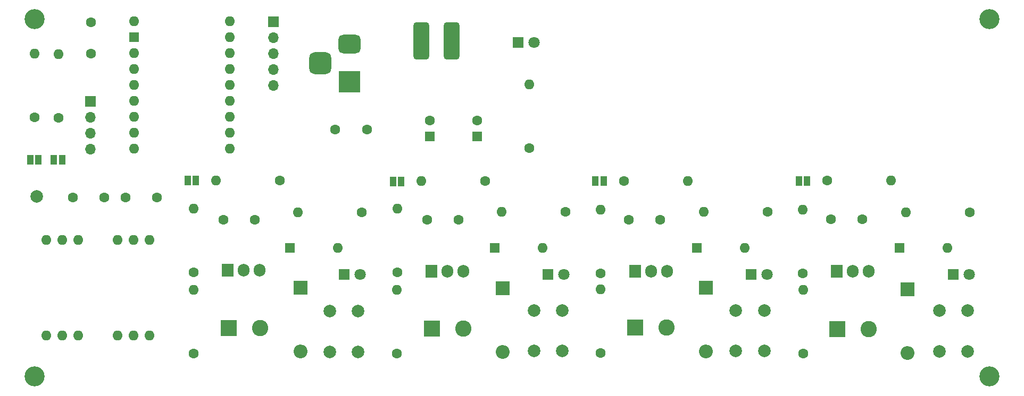
<source format=gts>
G04 #@! TF.GenerationSoftware,KiCad,Pcbnew,8.0.0-rc1*
G04 #@! TF.CreationDate,2025-12-23T23:51:37+01:00*
G04 #@! TF.ProjectId,Pneumatic control unit system,506e6575-6d61-4746-9963-20636f6e7472,rev?*
G04 #@! TF.SameCoordinates,Original*
G04 #@! TF.FileFunction,Soldermask,Top*
G04 #@! TF.FilePolarity,Negative*
%FSLAX46Y46*%
G04 Gerber Fmt 4.6, Leading zero omitted, Abs format (unit mm)*
G04 Created by KiCad (PCBNEW 8.0.0-rc1) date 2025-12-23 23:51:37*
%MOMM*%
%LPD*%
G01*
G04 APERTURE LIST*
G04 Aperture macros list*
%AMRoundRect*
0 Rectangle with rounded corners*
0 $1 Rounding radius*
0 $2 $3 $4 $5 $6 $7 $8 $9 X,Y pos of 4 corners*
0 Add a 4 corners polygon primitive as box body*
4,1,4,$2,$3,$4,$5,$6,$7,$8,$9,$2,$3,0*
0 Add four circle primitives for the rounded corners*
1,1,$1+$1,$2,$3*
1,1,$1+$1,$4,$5*
1,1,$1+$1,$6,$7*
1,1,$1+$1,$8,$9*
0 Add four rect primitives between the rounded corners*
20,1,$1+$1,$2,$3,$4,$5,0*
20,1,$1+$1,$4,$5,$6,$7,0*
20,1,$1+$1,$6,$7,$8,$9,0*
20,1,$1+$1,$8,$9,$2,$3,0*%
G04 Aperture macros list end*
%ADD10O,1.600000X1.600000*%
%ADD11R,1.600000X1.600000*%
%ADD12R,3.500000X3.500000*%
%ADD13RoundRect,0.750000X-1.000000X0.750000X-1.000000X-0.750000X1.000000X-0.750000X1.000000X0.750000X0*%
%ADD14RoundRect,0.875000X-0.875000X0.875000X-0.875000X-0.875000X0.875000X-0.875000X0.875000X0.875000X0*%
%ADD15C,2.000000*%
%ADD16O,1.700000X1.700000*%
%ADD17R,1.700000X1.700000*%
%ADD18R,2.200000X2.200000*%
%ADD19O,2.200000X2.200000*%
%ADD20R,1.800000X1.800000*%
%ADD21C,1.800000*%
%ADD22C,1.600000*%
%ADD23R,1.000000X1.500000*%
%ADD24C,3.200000*%
%ADD25R,1.905000X2.000000*%
%ADD26O,1.905000X2.000000*%
%ADD27R,2.600000X2.600000*%
%ADD28C,2.600000*%
%ADD29RoundRect,0.500000X-0.750000X-2.500000X0.750000X-2.500000X0.750000X2.500000X-0.750000X2.500000X0*%
G04 APERTURE END LIST*
D10*
X109889000Y-31373000D03*
D11*
X109889000Y-33913000D03*
D10*
X109889000Y-36453000D03*
X109889000Y-38993000D03*
X109889000Y-41533000D03*
X109889000Y-44073000D03*
X109889000Y-46613000D03*
X109889000Y-49153000D03*
X109889000Y-51693000D03*
X125129000Y-51693000D03*
X125129000Y-49153000D03*
X125129000Y-46613000D03*
X125129000Y-44073000D03*
X125129000Y-41533000D03*
X125129000Y-38993000D03*
X125129000Y-36453000D03*
X125129000Y-33913000D03*
X125129000Y-31373000D03*
D12*
X144157500Y-41007500D03*
D13*
X144157500Y-35007500D03*
D14*
X139457500Y-38007500D03*
D15*
X94350000Y-59300000D03*
D16*
X132035000Y-41535000D03*
X132035000Y-38995000D03*
X132035000Y-36455000D03*
X132035000Y-33915000D03*
D17*
X132035000Y-31375000D03*
X102900000Y-44100000D03*
D16*
X102900000Y-46640000D03*
X102900000Y-49180000D03*
X102900000Y-51720000D03*
D10*
X112340000Y-66230000D03*
X109800000Y-66230000D03*
X107260000Y-66230000D03*
X107260000Y-81470000D03*
X109800000Y-81470000D03*
X112340000Y-81470000D03*
D11*
X231730000Y-67450000D03*
D10*
X239350000Y-67450000D03*
D18*
X233000000Y-74050000D03*
D19*
X233000000Y-84210000D03*
D20*
X240260000Y-71700000D03*
D21*
X242800000Y-71700000D03*
D11*
X167290000Y-67500000D03*
D10*
X174910000Y-67500000D03*
D18*
X168500000Y-73900000D03*
D19*
X168500000Y-84060000D03*
D20*
X175725000Y-71700000D03*
D21*
X178265000Y-71700000D03*
D11*
X164500000Y-49700000D03*
D22*
X164500000Y-47200000D03*
X146900000Y-48600000D03*
X141900000Y-48600000D03*
D23*
X98400000Y-53400000D03*
X97100000Y-53400000D03*
D22*
X220170000Y-56750000D03*
D10*
X230330000Y-56750000D03*
D22*
X103000000Y-36500000D03*
X103000000Y-31500000D03*
D10*
X119350000Y-61250000D03*
D22*
X119350000Y-71410000D03*
D24*
X246000000Y-88000000D03*
D22*
X146110000Y-61850000D03*
D10*
X135950000Y-61850000D03*
D22*
X97800000Y-46710000D03*
D10*
X97800000Y-36550000D03*
D20*
X171010000Y-34750000D03*
D21*
X173550000Y-34750000D03*
D15*
X205650000Y-83950000D03*
X205650000Y-77450000D03*
X210150000Y-83950000D03*
X210150000Y-77450000D03*
D22*
X151700000Y-84310000D03*
D10*
X151700000Y-74150000D03*
D22*
X124100000Y-62960000D03*
X129100000Y-62960000D03*
X108500000Y-59400000D03*
X113500000Y-59400000D03*
D25*
X221740000Y-71210000D03*
D26*
X224280000Y-71210000D03*
X226820000Y-71210000D03*
D25*
X124720000Y-71040000D03*
D26*
X127260000Y-71040000D03*
X129800000Y-71040000D03*
D22*
X210700000Y-61700000D03*
D10*
X200540000Y-61700000D03*
X197980000Y-56800000D03*
D22*
X187820000Y-56800000D03*
X156500000Y-62960000D03*
X161500000Y-62960000D03*
D15*
X173500000Y-83950000D03*
X173500000Y-77450000D03*
X178000000Y-83950000D03*
X178000000Y-77450000D03*
D10*
X100950000Y-66250000D03*
X98410000Y-66250000D03*
X95870000Y-66250000D03*
X95870000Y-81490000D03*
X98410000Y-81490000D03*
X100950000Y-81490000D03*
D22*
X184150000Y-84260000D03*
D10*
X184150000Y-74100000D03*
D22*
X184100000Y-71560000D03*
D10*
X184100000Y-61400000D03*
D22*
X188600000Y-63000000D03*
X193600000Y-63000000D03*
X151750000Y-71360000D03*
D10*
X151750000Y-61200000D03*
D27*
X157250000Y-80320000D03*
D28*
X162250000Y-80320000D03*
D22*
X220800000Y-62950000D03*
X225800000Y-62950000D03*
D11*
X156950000Y-49682380D03*
D22*
X156950000Y-47182380D03*
D10*
X122920000Y-56750000D03*
D22*
X133080000Y-56750000D03*
D15*
X238030000Y-83960000D03*
X238030000Y-77460000D03*
X242530000Y-83960000D03*
X242530000Y-77460000D03*
D22*
X119370000Y-84330000D03*
D10*
X119370000Y-74170000D03*
D23*
X184600000Y-56800000D03*
X183300000Y-56800000D03*
X215700000Y-56800000D03*
X217000000Y-56800000D03*
D18*
X200900000Y-73850000D03*
D19*
X200900000Y-84010000D03*
D10*
X94000000Y-36520000D03*
D22*
X94000000Y-46680000D03*
X172800000Y-51580000D03*
D10*
X172800000Y-41420000D03*
D27*
X221780000Y-80460000D03*
D28*
X226780000Y-80460000D03*
D25*
X157170000Y-71210000D03*
D26*
X159710000Y-71210000D03*
X162250000Y-71210000D03*
D23*
X94650000Y-53450000D03*
X93350000Y-53450000D03*
D22*
X216300000Y-71560000D03*
D10*
X216300000Y-61400000D03*
D27*
X124902379Y-80250000D03*
D28*
X129902379Y-80250000D03*
D24*
X246000000Y-31000000D03*
D23*
X119700000Y-56750000D03*
X118400000Y-56750000D03*
X151100000Y-56900000D03*
X152400000Y-56900000D03*
D27*
X189630000Y-80210000D03*
D28*
X194630000Y-80210000D03*
D22*
X165700000Y-56800000D03*
D10*
X155540000Y-56800000D03*
D24*
X94000000Y-88000000D03*
D15*
X141000000Y-84040000D03*
X141000000Y-77540000D03*
X145500000Y-84040000D03*
X145500000Y-77540000D03*
D25*
X189590000Y-71210000D03*
D26*
X192130000Y-71210000D03*
X194670000Y-71210000D03*
D22*
X242880000Y-61800000D03*
D10*
X232720000Y-61800000D03*
X142320000Y-67450000D03*
D11*
X134700000Y-67450000D03*
D18*
X136350000Y-73850000D03*
D19*
X136350000Y-84010000D03*
D22*
X178480000Y-61700000D03*
D10*
X168320000Y-61700000D03*
D22*
X216350000Y-84300000D03*
D10*
X216350000Y-74140000D03*
D29*
X155598000Y-34450000D03*
X160398000Y-34450000D03*
D20*
X208060000Y-71710000D03*
D21*
X210600000Y-71710000D03*
D10*
X207050000Y-67500000D03*
D11*
X199430000Y-67500000D03*
D22*
X100100000Y-59400000D03*
X105100000Y-59400000D03*
D20*
X143300000Y-71750000D03*
D21*
X145840000Y-71750000D03*
D24*
X94000000Y-31000000D03*
M02*

</source>
